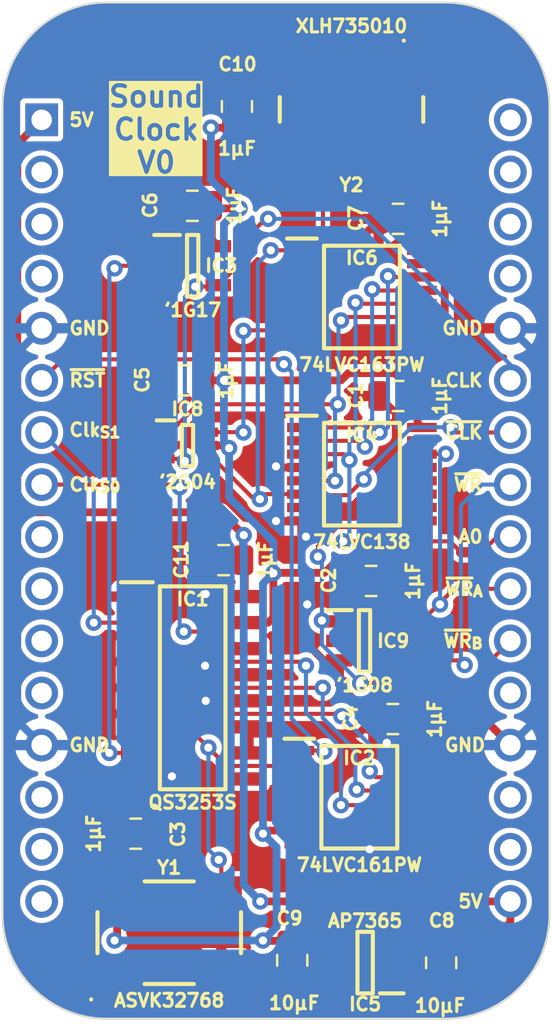
<source format=kicad_pcb>
(kicad_pcb (version 20221018) (generator pcbnew)
  (layers (0 "F.Cu" signal) (31 "B.Cu" signal) (36 "B.SilkS" user "B.Silkscreen") (37 "F.SilkS" user "F.Silkscreen") (38 "B.Mask" user) (39 "F.Mask" user) (44 "Edge.Cuts" user))
  (net 0 "")
  (net 1 "/5V")
  (net 2 "/GND")
  (net 3 "/3.3V")
  (net 10 "/CLK")
  (net 16 "/Clock Select _{S1}")
  (net 17 "/4KHz")
  (net 18 "/8KHz")
  (net 19 "/16KHz")
  (net 20 "/32KHz")
  (net 21 "Net-(IC1-YA)")
  (net 23 "/Clock Select _{S0}")
  (net 24 "/~{Reset}")
  (net 28 "/Q0")
  (net 29 "/Q1")
  (net 30 "/Q2")
  (net 31 "/Q3")
  (net 32 "/~{CLK}")
  (net 37 "/~{WR}_{B}")
  (net 39 "/~{WR}_{A}")
  (net 41 "/10MHz")
  (net 42 "/~{Q3}")
  (net 53 "/~{WR}")
  (net 54 "/A0")
  (footprint "SamacSys_Parts:SOP65P210X110-6N" (layer "F.Cu") (at 96.012 74.295)
    (fp_text reference "IC8")
    (fp_text value "74LVC2G04GW-Q100H" hide)
  )
  (footprint "SamacSys_Parts:SOP65P640X110-16N" (layer "F.Cu") (at 104.521 75.692)
    (fp_text reference "IC4")
    (fp_text value "74LVC138APW-Q100J" hide)
  )
  (footprint "SamacSys_Parts:C_0805" (layer "F.Cu") (at 97.79 79.883 90)
    (fp_text reference "C11")
    (fp_text value "1μF")
  )
  (footprint "SamacSys_Parts:C_0805" (layer "F.Cu") (at 95.885 71.12 90)
    (fp_text reference "C5")
    (fp_text value "1μF")
  )
  (footprint "SamacSys_Parts:C_0805" (layer "F.Cu") (at 108.3864 99.5274)
    (fp_text reference "C8")
    (fp_text value "10µF")
  )
  (footprint "SamacSys_Parts:ASVK32768KHZLJT" (layer "F.Cu") (at 95.123 98.044)
    (fp_text reference "Y1")
    (fp_text value "ASVK-32.768KHZ-LJT" hide)
  )
  (footprint "SamacSys_Parts:C_0805" (layer "F.Cu") (at 106.045 87.63 90)
    (fp_text reference "C4")
    (fp_text value "1μF")
  )
  (footprint "SamacSys_Parts:SOT95P275X110-5N" (layer "F.Cu") (at 96.266 65.532)
    (fp_text reference "IC3")
    (fp_text value "74LVC1G17GV,125" hide)
  )
  (footprint "SamacSys_Parts:SOP65P640X110-16N" (layer "F.Cu") (at 104.394 91.44)
    (fp_text reference "IC2")
    (fp_text value "74LVC161PW,112" hide)
  )
  (footprint "SamacSys_Parts:SOT95P275X110-5N" (layer "F.Cu") (at 104.648 83.82)
    (fp_text reference "IC9")
    (fp_text value "74LVC1G08GV,125" hide)
  )
  (footprint "SamacSys_Parts:C_0805" (layer "F.Cu") (at 93.472 93.218 -90)
    (fp_text reference "C3")
    (fp_text value "1μF")
  )
  (footprint "SamacSys_Parts:C_0805" (layer "F.Cu") (at 104.984 80.899 90)
    (fp_text reference "C2")
    (fp_text value "1μF")
  )
  (footprint "SamacSys_Parts:SOP65P640X110-16N" (layer "F.Cu") (at 104.521 67.056)
    (fp_text reference "IC6")
    (fp_text value "74LVC163PW,118" hide)
  )
  (footprint "SamacSys_Parts:C_0805" (layer "F.Cu") (at 98.425 57.785)
    (fp_text reference "C10")
    (fp_text value "1μF")
  )
  (footprint "SamacSys_Parts:SOIC127P602X173-16N" (layer "F.Cu") (at 96.266 86.106)
    (fp_text reference "IC1")
    (fp_text value "QS3253S1G" hide)
  )
  (footprint "SamacSys_Parts:C_0805" (layer "F.Cu") (at 106.299 63.246 90)
    (fp_text reference "C7")
    (fp_text value "1μF")
  )
  (footprint "SamacSys_Parts:C_0805" (layer "F.Cu") (at 106.299 71.882 90)
    (fp_text reference "C1")
    (fp_text value "1μF")
  )
  (footprint "SamacSys_Parts:C_0805" (layer "F.Cu") (at 96.266 62.611 90)
    (fp_text reference "C6")
    (fp_text value "1μF")
  )
  (footprint "SamacSys_Parts:C_0805" (layer "F.Cu") (at 101.122 99.375 180)
    (fp_text reference "C9")
    (fp_text value "10µF")
  )
  (footprint "SamacSys_Parts:SOT95P285X130-5N" (layer "F.Cu") (at 104.678 99.502 180)
    (fp_text reference "IC5")
    (fp_text value "AP7365-33WG-7" hide)
  )
  (footprint "SamacSys_Parts:DIP-32_Board_W22.86mm" (layer "F.Cu") (at 89.07 58.42)
    (fp_text reference "J2" hide)
    (fp_text value "Conn_02x16_Counter_Clockwise" hide)
  )
  (footprint "SamacSys_Parts:XLH735010000000X" (layer "F.Cu") (at 104.013 57.912 180)
    (fp_text reference "Y2")
    (fp_text value "XLH735010.000000X" hide)
  )
  (footprint "NetTie:NetTie-2_SMD_Pad0.5mm" (layer "F.Cu") (at 109.855 79.502)
    (fp_text reference "NT1" hide)
    (fp_text value "NetTie" hide)
  )
  (gr_line (start 113.665 97.155) (end 113.665 57.785) (stroke (width 0.1)) (layer "Edge.Cuts"))
  (gr_arc (start 92.075 102.235) (mid 88.482898 100.747102) (end 86.995 97.155) (stroke (width 0.1)) (layer "Edge.Cuts"))
  (gr_line (start 86.995 57.785) (end 86.995 97.155) (stroke (width 0.1)) (layer "Edge.Cuts"))
  (gr_line (start 108.585 102.235) (end 92.075 102.235) (stroke (width 0.1)) (layer "Edge.Cuts"))
  (gr_line (start 108.585 52.705) (end 92.075 52.705) (stroke (width 0.1)) (layer "Edge.Cuts"))
  (gr_arc (start 113.665 97.155) (mid 112.177102 100.747102) (end 108.585 102.235) (stroke (width 0.1)) (layer "Edge.Cuts"))
  (gr_arc (start 86.995 57.785) (mid 88.482898 54.192898) (end 92.075 52.705) (stroke (width 0.1)) (layer "Edge.Cuts"))
  (gr_arc (start 108.585 52.705) (mid 112.177102 54.192898) (end 113.665 57.785) (stroke (width 0.1)) (layer "Edge.Cuts"))
  (gr_text "5V" (at 90.17 58.42) (layer "F.SilkS") (effects (font (size 0.635 0.635)) (justify left)))
  (gr_text "5V" (at 110.49 96.52) (layer "F.SilkS") (effects (font (size 0.635 0.635)) (justify right)))
  (gr_text "~{WR}_{B}" (at 110.49 83.82) (layer "F.SilkS") (effects (font (size 0.635 0.635)) (justify right)))
  (gr_text "GND" (at 110.49 68.58) (layer "F.SilkS") (effects (font (size 0.635 0.635)) (justify right)))
  (gr_text "GND" (at 90.17 88.9) (layer "F.SilkS") (effects (font (size 0.635 0.635)) (justify left)))
  (gr_text "Clk_{S0}" (at 90.17 76.2) (layer "F.SilkS") (effects (font (size 0.635 0.635)) (justify left)))
  (gr_text "~{RST}" (at 90.17 71.12) (layer "F.SilkS") (effects (font (size 0.635 0.635)) (justify left)))
  (gr_text "~{CLK}" (at 110.49 73.66) (layer "F.SilkS") (effects (font (size 0.635 0.635)) (justify right)))
  (gr_text "~{WR}_{A}" (at 110.49 81.28) (layer "F.SilkS") (effects (font (size 0.635 0.635)) (justify right)))
  (gr_text "Clk_{S1}" (at 90.17 73.533) (layer "F.SilkS") (effects (font (size 0.635 0.635)) (justify left)))
  (gr_text "CLK" (at 110.49 71.12) (layer "F.SilkS") (effects (font (size 0.635 0.635)) (justify right)))
  (gr_text "~{WR}" (at 110.49 76.2) (layer "F.SilkS") (effects (font (size 0.635 0.635)) (justify right)))
  (gr_text "Sound\nClock\nV0" (at 94.488 61.087) (layer "F.SilkS" knockout) (effects (font (size 1 1) (thickness 0.2) bold) (justify bottom)))
  (gr_text "GND" (at 110.617 88.9) (layer "F.SilkS") (effects (font (size 0.635 0.635)) (justify right)))
  (gr_text "A0" (at 110.49 78.74) (layer "F.SilkS") (effects (font (size 0.635 0.635)) (justify right)))
  (gr_text "GND" (at 90.17 68.58) (layer "F.SilkS") (effects (font (size 0.635 0.635)) (justify left)))
  (segment (start 87.71 59.61) (end 88.9 58.42) (width 0.38) (layer "F.Cu") (net 1))
  (segment (start 106.943 98.562) (end 106.943 99.314) (width 0.38) (layer "F.Cu") (net 1))
  (segment (start 87.71 77.042) (end 87.71 59.61) (width 0.38) (layer "F.Cu") (net 1))
  (segment (start 98.724 79.883) (end 98.724 78.695) (width 0.38) (layer "F.Cu") (net 1))
  (segment (start 98.724 78.695) (end 98.755385 78.663615) (width 0.38) (layer "F.Cu") (net 1))
  (segment (start 108.3864 100.2584) (end 107.442 99.314) (width 0.38) (layer "F.Cu") (net 1))
  (segment (start 108.8346 100.4614) (end 111.76 97.536) (width 0.38) (layer "F.Cu") (net 1))
  (segment (start 111.76 96.52) (end 99.568 96.52) (width 0.38) (layer "F.Cu") (net 1))
  (segment (start 105.978 98.552) (end 106.933 98.552) (width 0.38) (layer "F.Cu") (net 1))
  (segment (start 97.64177 77.55) (end 88.218 77.55) (width 0.38) (layer "F.Cu") (net 1))
  (segment (start 106.933 98.552) (end 106.943 98.562) (width 0.38) (layer "F.Cu") (net 1))
  (segment (start 106.943 100.321) (end 106.812 100.452) (width 0.38) (layer "F.Cu") (net 1))
  (segment (start 98.806 81.476) (end 98.806 79.965) (width 0.38) (layer "F.Cu") (net 1))
  (segment (start 106.943 99.314) (end 106.943 100.321) (width 0.38) (layer "F.Cu") (net 1))
  (segment (start 106.812 100.452) (end 105.978 100.452) (width 0.38) (layer "F.Cu") (net 1))
  (segment (start 88.218 77.55) (end 87.71 77.042) (width 0.38) (layer "F.Cu") (net 1))
  (segment (start 98.755385 78.663615) (end 97.64177 77.55) (width 0.38) (layer "F.Cu") (net 1))
  (segment (start 107.442 99.314) (end 106.943 99.314) (width 0.38) (layer "F.Cu") (net 1))
  (segment (start 111.76 97.536) (end 111.76 96.52) (width 0.38) (layer "F.Cu") (net 1))
  (segment (start 98.991 81.661) (end 98.806 81.476) (width 0.38) (layer "F.Cu") (net 1))
  (via (at 99.568 96.52) (size 0.8) (drill 0.4) (layers "F.Cu" "B.Cu") (net 1))
  (via (at 98.755385 78.663615) (size 0.8) (drill 0.4) (layers "F.Cu" "B.Cu") (net 1))
  (segment (start 99.568 96.52) (end 98.755385 95.707385) (width 0.38) (layer "B.Cu") (net 1))
  (segment (start 98.755385 95.707385) (end 98.755385 78.663615) (width 0.38) (layer "B.Cu") (net 1))
  (segment (start 103.398 84.77) (end 103.398 85.949) (width 0.38) (layer "F.Cu") (net 2))
  (segment (start 96.773982 81.661) (end 96.774 81.661) (width 0.38) (layer "F.Cu") (net 2))
  (segment (start 102.605 93.715) (end 101.469 93.715) (width 0.38) (layer "F.Cu") (net 2))
  (segment (start 99.432 55.812) (end 98.425 56.819) (width 0.38) (layer "F.Cu") (net 2))
  (segment (start 94.919 71.12) (end 94.1225 71.9165) (width 0.38) (layer "F.Cu") (net 2))
  (segment (start 94.1225 71.9165) (end 94.1225 74.285) (width 0.38) (layer "F.Cu") (net 2))
  (segment (start 105.013 97.862) (end 107.687 97.862) (width 0.38) (layer "F.Cu") (net 2))
  (segment (start 102.235001 82.042) (end 101.854 82.042) (width 0.38) (layer "F.Cu") (net 2))
  (segment (start 101.6 83.727) (end 102.108511 84.235511) (width 0.38) (layer "F.Cu") (net 2))
  (segment (start 102.701 77.967) (end 101.596 77.967) (width 0.38) (layer "F.Cu") (net 2))
  (segment (start 95.25 91.059) (end 94.438 91.871) (width 0.38) (layer "F.Cu") (net 2))
  (segment (start 102.711 65.945) (end 105.333 63.323) (width 0.38) (layer "F.Cu") (net 2))
  (segment (start 100.386 75.367) (end 100.33 75.311) (width 0.38) (layer "F.Cu") (net 2))
  (segment (start 98.991 88.011) (end 98.991 89.281) (width 0.38) (layer "F.Cu") (net 2))
  (segment (start 94.438 93.218) (end 94.438 96.819) (width 0.38) (layer "F.Cu") (net 2))
  (segment (start 109.375 86.515) (end 106.194 86.515) (width 0.38) (layer "F.Cu") (net 2))
  (segment (start 93.541 81.661) (end 96.773982 81.661) (width 0.38) (layer "F.Cu") (net 2))
  (segment (start 106.172 75.773741) (end 104.169481 77.77626) (width 0.38) (layer "F.Cu") (net 2))
  (segment (start 96.774 81.661) (end 96.901 81.534) (width 0.38) (layer "F.Cu") (net 2))
  (segment (start 94.438 91.871) (end 94.438 93.218) (width 0.38) (layer "F.Cu") (net 2))
  (segment (start 101.469 92.415) (end 101.469 91.765) (width 0.38) (layer "F.Cu") (net 2))
  (segment (start 101.596 69.331) (end 102.701 69.331) (width 0.38) (layer "F.Cu") (net 2))
  (segment (start 104.018 80.899) (end 103.378001 80.899) (width 0.38) (layer "F.Cu") (net 2))
  (segment (start 102.582 84.709) (end 102.643 84.77) (width 0.38) (layer "F.Cu") (net 2))
  (segment (start 105.978 99.502) (end 105.023 99.502) (width 0.38) (layer "F.Cu") (net 2))
  (segment (start 101.122 100.341) (end 97.96 100.341) (width 0.38) (layer "F.Cu") (net 2))
  (segment (start 101.596 75.367) (end 100.386 75.367) (width 0.38) (layer "F.Cu") (net 2))
  (segment (start 104.365385 88.343615) (end 105.079 87.63) (width 0.38) (layer "F.Cu") (net 2))
  (segment (start 101.596 67.381) (end 101.596 66.731) (width 0.38) (layer "F.Cu") (net 2))
  (segment (start 105.079 88.132669) (end 105.734637 88.788306) (width 0.38) (layer "F.Cu") (net 2))
  (segment (start 111.76 88.9) (end 109.375 86.515) (width 0.38) (layer "F.Cu") (net 2))
  (segment (start 96.824 79.883) (end 96.824 81.457) (width 0.38) (layer "F.Cu") (net 2))
  (segment (start 101.596 66.731) (end 101.596 66.081) (width 0.38) (layer "F.Cu") (net 2))
  (segment (start 95.25 90.424) (end 95.123 90.551) (width 0.38) (layer "F.Cu") (net 2))
  (segment (start 98.991 86.741) (end 96.901002 86.741) (width 0.38) (layer "F.Cu") (net 2))
  (segment (start 107.687 97.862) (end 108.3864 98.5614) (width 0.38) (layer "F.Cu") (net 2))
  (segment (start 101.596 68.031) (end 101.596 67.381) (width 0.38) (layer "F.Cu") (net 2))
  (segment (start 102.119229 84.235511) (end 102.582 84.698282) (width 0.38) (layer "F.Cu") (net 2))
  (segment (start 101.854 82.042) (end 101.854 82.423001) (width 0.38) (layer "F.Cu") (net 2))
  (segment (start 98.991 85.471) (end 97.310983 85.471) (width 0.38) (layer "F.Cu") (net 2))
  (segment (start 105.333 71.882) (end 106.172 72.721) (width 0.38) (layer "F.Cu") (net 2))
  (segment (start 101.854 82.423001) (end 101.6 82.677001) (width 0.38) (layer "F.Cu") (net 2))
  (segment (start 94.438 96.819) (end 97.663 100.044) (width 0.38) (layer "F.Cu") (net 2))
  (segment (start 95.25 90.424) (end 95.25 91.059) (width 0.38) (layer "F.Cu") (net 2))
  (segment (start 102.87 93.98) (end 102.605 93.715) (width 0.38) (layer "F.Cu") (net 2))
  (segment (start 99.323615 88.343615) (end 104.365385 88.343615) (width 0.38) (layer "F.Cu") (net 2))
  (segment (start 95.123 90.551) (end 93.541 90.551) (width 0.38) (layer "F.Cu") (net 2))
  (segment (start 102.89174 77.77626) (end 102.701 77.967) (width 0.38) (layer "F.Cu") (net 2))
  (segment (start 104.902 93.98) (end 102.87 93.98) (width 0.38) (layer "F.Cu") (net 2))
  (segment (start 102.643 84.77) (end 103.398 84.77) (width 0.38) (layer "F.Cu") (net 2))
  (segment (start 102.711 67.31) (end 102.711 65.945) (width 0.38) (layer "F.Cu") (net 2))
  (segment (start 101.792 78.163) (end 101.792 78.74) (width 0.38) (layer "F.Cu") (net 2))
  (segment (start 102.711 67.31) (end 101.667 67.31) (width 0.38) (layer "F.Cu") (net 2))
  (segment (start 102.108511 84.235511) (end 102.119229 84.235511) (width 0.38) (layer "F.Cu") (net 2))
  (segment (start 105.013 99.492) (end 105.013 97.862) (width 0.38) (layer "F.Cu") (net 2))
  (segment (start 101.667 67.31) (end 101.596 67.381) (width 0.38) (layer "F.Cu") (net 2))
  (segment (start 94.1225 74.285) (end 94.1325 74.295) (width 0.38) (layer "F.Cu") (net 2))
  (segment (start 94.1325 74.295) (end 94.95 74.295) (width 0.38) (layer "F.Cu") (net 2))
  (segment (start 105.023 99.502) (end 105.013 99.492) (width 0.38) (layer "F.Cu") (net 2))
  (segment (start 103.398 85.949) (end 105.079 87.63) (width 0.38) (layer "F.Cu") (net 2))
  (segment (start 103.378001 80.899) (end 102.235001 82.042) (width 0.38) (layer "F.Cu") (net 2))
  (segment (start 102.711 69.321) (end 102.711 67.31) (width 0.38) (layer "F.Cu") (net 2))
  (segment (start 96.824 81.457) (end 96.901 81.534) (width 0.38) (layer "F.Cu") (net 2))
  (segment (start 102.701 69.331) (end 102.711 69.321) (width 0.38) (layer "F.Cu") (net 2))
  (segment (start 106.194 86.515) (end 105.079 87.63) (width 0.38) (layer "F.Cu") (net 2))
  (segment (start 101.596 77.967) (end 101.792 78.163) (width 0.38) (layer "F.Cu") (net 2))
  (segment (start 97.310983 85.471) (end 96.870682 85.030699) (width 0.38) (layer "F.Cu") (net 2))
  (segment (start 106.172 72.721) (end 106.172 75.773741) (width 0.38) (layer "F.Cu") (net 2))
  (segment (start 101.6 82.677001) (end 101.6 83.727) (width 0.38) (layer "F.Cu") (net 2))
  (segment (start 101.469 91.765) (end 101.469 91.115) (width 0.38) (layer "F.Cu") (net 2))
  (segment (start 102.582 84.698282) (end 102.582 84.709) (width 0.38) (layer "F.Cu") (net 2))
  (segment (start 100.33 77.978) (end 101.585 77.978) (width 0.38) (layer "F.Cu") (net 2))
  (segment (start 101.469 91.115) (end 101.469 90.465) (width 0.38) (layer "F.Cu") (net 2))
  (segment (start 104.169481 77.77626) (end 102.89174 77.77626) (width 0.38) (layer "F.Cu") (net 2))
  (segment (start 101.473 55.812) (end 99.432 55.812) (width 0.38) (layer "F.Cu") (net 2))
  (segment (start 98.991 88.011) (end 99.323615 88.343615) (width 0.38) (layer "F.Cu") (net 2))
  (via (at 105.734637 88.788306) (size 0.8) (drill 0.4) (layers "F.Cu" "B.Cu") (net 2))
  (via (at 104.902 93.98) (size 0.8) (drill 0.4) (layers "F.Cu" "B.Cu") (net 2))
  (via (at 96.870682 85.030699) (size 0.8) (drill 0.4) (layers "F.Cu" "B.Cu") (net 2))
  (via (at 101.792 78.74) (size 0.8) (drill 0.4) (layers "F.Cu" "B.Cu") (net 2))
  (via (at 100.33 75.311) (size 0.8) (drill 0.4) (layers "F.Cu" "B.Cu") (net 2))
  (via (at 96.901 81.534) (size 0.8) (drill 0.4) (layers "F.Cu" "B.Cu") (net 2))
  (via (at 95.25 90.424) (size 0.8) (drill 0.4) (layers "F.Cu" "B.Cu") (net 2))
  (via (at 100.33 77.978) (size 0.8) (drill 0.4) (layers "F.Cu" "B.Cu") (net 2))
  (via (at 101.854 82.042) (size 0.8) (drill 0.4) (layers "F.Cu" "B.Cu") (net 2))
  (via (at 96.901002 86.741) (size 0.8) (drill 0.4) (layers "F.Cu" "B.Cu") (net 2))
  (segment (start 95.25 89.027) (end 95.25 90.424) (width 0.38) (layer "B.Cu") (net 2))
  (segment (start 100.33 75.311) (end 100.333507 75.314507) (width 0.38) (layer "B.Cu") (net 2))
  (segment (start 112.95 87.71) (end 111.76 88.9) (width 0.38) (layer "B.Cu") (net 2))
  (segment (start 87.71 87.71) (end 88.9 88.9) (width 0.38) (layer "B.Cu") (net 2))
  (segment (start 96.901002 86.741) (end 96.901002 85.061019) (width 0.38) (layer "B.Cu") (net 2))
  (segment (start 112.95 69.77) (end 112.95 87.71) (width 0.38) (layer "B.Cu") (net 2))
  (segment (start 101.582 80.5) (end 101.582 78.95) (width 0.38) (layer "B.Cu") (net 2))
  (segment (start 96.901002 87.375998) (end 95.377 88.9) (width 0.38) (layer "B.Cu") (net 2))
  (segment (start 87.71 69.77) (end 87.71 87.71) (width 0.38) (layer "B.Cu") (net 2))
  (segment (start 105.826329 88.879998) (end 105.734637 88.788306) (width 0.38) (layer "B.Cu") (net 2))
  (segment (start 101.582 78.95) (end 101.792 78.74) (width 0.38) (layer "B.Cu") (net 2))
  (segment (start 111.76 68.58) (end 112.95 69.77) (width 0.38) (layer "B.Cu") (net 2))
  (segment (start 100.333507 77.974493) (end 100.33 77.978) (width 0.38) (layer "B.Cu") (net 2))
  (segment (start 96.901002 85.061019) (end 96.870682 85.030699) (width 0.38) (layer "B.Cu") (net 2))
  (segment (start 96.901 81.534) (end 96.901 85.000381) (width 0.38) (layer "B.Cu") (net 2))
  (segment (start 96.901002 86.741) (end 96.901002 87.375998) (width 0.38) (layer "B.Cu") (net 2))
  (segment (start 101.854 82.042) (end 101.854 80.772) (width 0.38) (layer "B.Cu") (net 2))
  (segment (start 104.902 93.98) (end 105.826329 93.055671) (width 0.38) (layer "B.Cu") (net 2))
  (segment (start 88.9 68.58) (end 87.71 69.77) (width 0.38) (layer "B.Cu") (net 2))
  (segment (start 100.333507 75.314507) (end 100.333507 77.974493) (width 0.38) (layer "B.Cu") (net 2))
  (segment (start 95.377 88.9) (end 95.25 89.027) (width 0.38) (layer "B.Cu") (net 2))
  (segment (start 101.854 80.772) (end 101.582 80.5) (width 0.38) (layer "B.Cu") (net 2))
  (segment (start 96.901 85.000381) (end 96.870682 85.030699) (width 0.38) (layer "B.Cu") (net 2))
  (segment (start 105.826329 93.055671) (end 105.826329 88.879998) (width 0.38) (layer "B.Cu") (net 2))
  (segment (start 103.858 70.767) (end 103.505 71.12) (width 0.38) (layer "F.Cu") (net 3))
  (segment (start 101.469 93.065) (end 107.319 93.065) (width 0.38) (layer "F.Cu") (net 3))
  (segment (start 92.583 96.044) (end 92.583 98.298) (width 0.38) (layer "F.Cu") (net 3))
  (segment (start 97.2 64.266) (end 97.516 64.582) (width 0.38) (layer "F.Cu") (net 3))
  (segment (start 108.551 68.681) (end 107.446 68.681) (width 0.38) (layer "F.Cu") (net 3))
  (segment (start 106.979 87.63) (end 107.315 87.966) (width 0.38) (layer "F.Cu") (net 3))
  (segment (start 97.79 71.12) (end 96.819 71.12) (width 0.38) (layer "F.Cu") (net 3))
  (segment (start 108.561 68.671) (end 108.551 68.681) (width 0.38) (layer "F.Cu") (net 3))
  (segment (start 100.203 80.518) (end 100.203 82.677) (width 0.38) (layer "F.Cu") (net 3))
  (segment (start 99.949 82.931) (end 98.991 82.931) (width 0.38) (layer "F.Cu") (net 3))
  (segment (start 108.434 93.055) (end 108.424 93.065) (width 0.38) (layer "F.Cu") (net 3))
  (segment (start 100.203 82.677) (end 99.949 82.931) (width 0.38) (layer "F.Cu") (net 3))
  (segment (start 107.315 87.966) (end 107.315 89.161) (width 0.38) (layer "F.Cu") (net 3))
  (segment (start 98.552 62.738) (end 97.327 62.738) (width 0.38) (layer "F.Cu") (net 3))
  (segment (start 105.918 80.899) (end 105.918 82.85) (width 0.38) (layer "F.Cu") (net 3))
  (segment (start 107.233 71.882) (end 107.233 73.204) (width 0.38) (layer "F.Cu") (net 3))
  (segment (start 107.319 93.065) (end 107.319 93.715) (width 0.38) (layer "F.Cu") (net 3))
  (segment (start 99.711 98.441) (end 99.695 98.425) (width 0.38) (layer "F.Cu") (net 3))
  (segment (start 105.163 58.622) (end 106.553 60.012) (width 0.38) (layer "F.Cu") (net 3))
  (segment (start 107.319 89.165) (end 108.424 89.165) (width 0.38) (layer "F.Cu") (net 3))
  (segment (start 97.2 62.611) (end 97.2 64.266) (width 0.38) (layer "F.Cu") (net 3))
  (segment (start 107.233 73.204) (end 107.446 73.417) (width 0.38) (layer "F.Cu") (net 3))
  (segment (start 107.233 69.544) (end 107.446 69.331) (width 0.38) (layer "F.Cu") (net 3))
  (segment (start 101.367 98.441) (end 103.378 100.452) (width 0.38) (layer "F.Cu") (net 3))
  (segment (start 108.551 64.781) (end 108.561 64.791) (width 0.38) (layer "F.Cu") (net 3))
  (segment (start 108.561 64.791) (end 108.561 68.671) (width 0.38) (layer "F.Cu") (net 3))
  (segment (start 103.505 71.12) (end 97.79 71.12) (width 0.38) (layer "F.Cu") (net 3))
  (segment (start 107.446 68.681) (end 107.446 69.331) (width 0.38) (layer "F.Cu") (net 3))
  (segment (start 100.218941 80.502059) (end 100.203 80.518) (width 0.38) (layer "F.Cu") (net 3))
  (segment (start 102.699229 80.502059) (end 100.218941 80.502059) (width 0.38) (layer "F.Cu") (net 3))
  (segment (start 97.074 74.295) (end 97.917 74.295) (width 0.38) (layer "F.Cu") (net 3))
  (segment (start 106.118 70.767) (end 103.858 70.767) (width 0.38) (layer "F.Cu") (net 3))
  (segment (start 107.233 71.882) (end 106.118 70.767) (width 0.38) (layer "F.Cu") (net 3))
  (segment (start 108.434 89.175) (end 108.434 93.055) (width 0.38) (layer "F.Cu") (net 3))
  (segment (start 108.424 93.065) (end 107.319 93.065) (width 0.38) (layer "F.Cu") (net 3))
  (segment (start 97.917 74.295) (end 98.044 74.422) (width 0.38) (layer "F.Cu") (net 3))
  (segment (start 99.848 93.065) (end 101.469 93.065) (width 0.38) (layer "F.Cu") (net 3))
  (segment (start 108.424 89.165) (end 108.434 89.175) (width 0.38) (layer "F.Cu") (net 3))
  (segment (start 107.233 63.246) (end 107.233 64.568) (width 0.38) (layer "F.Cu") (net 3))
  (segment (start 101.122 98.441) (end 99.711 98.441) (width 0.38) (layer "F.Cu") (net 3))
  (segment (start 99.695 93.218) (end 99.848 93.065) (width 0.38) (layer "F.Cu") (net 3))
  (segment (start 104.803 79.784) (end 103.417288 79.784) (width 0.38) (layer "F.Cu") (net 3))
  (segment (start 107.233 64.568) (end 107.446 64.781) (width 0.38) (layer "F.Cu") (net 3))
  (segment (start 97.155 58.801) (end 98.343 58.801) (width 0.38) (layer "F.Cu") (net 3))
  (segment (start 107.233 71.882) (end 107.233 69.544) (width 0.38) (layer "F.Cu") (net 3))
  (segment (start 107.233 63.246) (end 107.233 60.692) (width 0.38) (layer "F.Cu") (net 3))
  (segment (start 92.583 98.298) (end 92.456 98.425) (width 0.38) (layer "F.Cu") (net 3))
  (segment (start 92.583 96.044) (end 92.583 93.263) (width 0.38) (layer "F.Cu") (net 3))
  (segment (start 105.918 80.899) (end 104.803 79.784) (width 0.38) (layer "F.Cu") (net 3))
  (segment (start 103.417288 79.784) (end 102.699229 80.502059) (width 0.38) (layer "F.Cu") (net 3))
  (segment (start 107.446 64.781) (end 108.551 64.781) (width 0.38) (layer "F.Cu") (net 3))
  (segment (start 98.522 58.622) (end 105.163 58.622) (width 0.38) (layer "F.Cu") (net 3))
  (via (at 97.155 58.801) (size 0.8) (drill 0.4) (layers "F.Cu" "B.Cu") (net 3))
  (via (at 92.456 98.425) (size 0.8) (drill 0.4) (layers "F.Cu" "B.Cu") (net 3))
  (via (at 98.044 74.422) (size 0.8) (drill 0.4) (layers "F.Cu" "B.Cu") (net 3))
  (via (at 99.695 98.425) (size 0.8) (drill 0.4) (layers "F.Cu" "B.Cu") (net 3))
  (via (at 100.203 80.518) (size 0.8) (drill 0.4) (layers "F.Cu" "B.Cu") (net 3))
  (via (at 99.695 93.218) (size 0.8) (drill 0.4) (layers "F.Cu" "B.Cu") (net 3))
  (via (at 98.552 62.738) (size 0.8) (drill 0.4) (layers "F.Cu" "B.Cu") (net 3))
  (via (at 97.79 71.12) (size 0.8) (drill 0.4) (layers "F.Cu" "B.Cu") (net 3))
  (segment (start 98.044 76.835) (end 100.203 78.994) (width 0.38) (layer "B.Cu") (net 3))
  (segment (start 100.358 93.881) (end 99.695 93.218) (width 0.38) (layer "B.Cu") (net 3))
  (segment (start 97.79 71.12) (end 97.79 63.5) (width 0.38) (layer "B.Cu") (net 3))
  (segment (start 99.695 93.218) (end 99.695 81.026) (width 0.38) (layer "B.Cu") (net 3))
  (segment (start 98.552 62.738) (end 97.155 61.341) (width 0.38) (layer "B.Cu") (net 3))
  (segment (start 100.203 78.994) (end 100.203 80.518) (width 0.38) (layer "B.Cu") (net 3))
  (segment (start 97.79 74.168) (end 97.79 71.12) (width 0.38) (layer "B.Cu") (net 3))
  (segment (start 99.695 98.425) (end 92.456 98.425) (width 0.38) (layer "B.Cu") (net 3))
  (segment (start 99.695 98.425) (end 100.358 97.762) (width 0.38) (layer "B.Cu") (net 3))
  (segment (start 97.155 61.341) (end 97.155 58.801) (width 0.38) (layer "B.Cu") (net 3))
  (segment (start 97.79 63.5) (end 98.552 62.738) (width 0.38) (layer "B.Cu") (net 3))
  (segment (start 98.044 74.422) (end 98.044 76.835) (width 0.38) (layer "B.Cu") (net 3))
  (segment (start 98.044 74.422) (end 97.79 74.168) (width 0.38) (layer "B.Cu") (net 3))
  (segment (start 100.358 97.762) (end 100.358 93.881) (width 0.38) (layer "B.Cu") (net 3))
  (segment (start 99.695 81.026) (end 100.203 80.518) (width 0.38) (layer "B.Cu") (net 3))
  (segment (start 97.516 66.482) (end 99.187 64.811) (width 0.2) (layer "F.Cu") (net 10))
  (segment (start 99.822 63.246) (end 99.949 63.246) (width 0.2) (layer "F.Cu") (net 10))
  (segment (start 94.95 74.945) (end 95.773 74.945) (width 0.2) (layer "F.Cu") (net 10))
  (segment (start 96.393 66.548) (end 97.45 66.548) (width 0.2) (layer "F.Cu") (net 10))
  (segment (start 95.773 74.945) (end 95.885 75.057) (width 0.2) (layer "F.Cu") (net 10))
  (segment (start 99.187 64.811) (end 99.187 63.881) (width 0.2) (layer "F.Cu") (net 10))
  (segment (start 99.187 63.881) (end 99.822 63.246) (width 0.2) (layer "F.Cu") (net 10))
  (via (at 95.885 75.057) (size 0.8) (drill 0.4) (layers "F.Cu" "B.Cu") (net 10))
  (via (at 99.949 63.246) (size 0.8) (drill 0.4) (layers "F.Cu" "B.Cu") (net 10))
  (via (at 96.393 66.548) (size 0.8) (drill 0.4) (layers "F.Cu" "B.Cu") (net 10))
  (segment (start 111.76 70.358) (end 111.76 71.12) (width 0.2) (layer "B.Cu") (net 10))
  (segment (start 104.648 63.246) (end 111.76 70.358) (width 0.2) (layer "B.Cu") (net 10))
  (segment (start 99.949 63.246) (end 104.648 63.246) (width 0.2) (layer "B.Cu") (net 10))
  (segment (start 95.885 67.056) (end 96.393 66.548) (width 0.2) (layer "B.Cu") (net 10))
  (segment (start 95.885 75.057) (end 95.885 67.056) (width 0.2) (layer "B.Cu") (net 10))
  (segment (start 93.541 82.931) (end 91.44 82.931) (width 0.2) (layer "F.Cu") (net 16))
  (via (at 91.44 82.931) (size 0.8) (drill 0.4) (layers "F.Cu" "B.Cu") (net 16))
  (segment (start 91.44 82.931) (end 91.44 76.2) (width 0.2) (layer "B.Cu") (net 16))
  (segment (start 91.44 76.2) (end 88.9 73.66) (width 0.2) (layer "B.Cu") (net 16))
  (segment (start 97.665934 84.836) (end 101.602489 84.836) (width 0.2) (layer "F.Cu") (net 17))
  (segment (start 101.602489 84.836) (end 101.792 85.025511) (width 0.2) (layer "F.Cu") (net 17))
  (segment (start 97.030934 84.201) (end 97.665934 84.836) (width 0.2) (layer "F.Cu") (net 17))
  (segment (start 93.541 84.201) (end 97.030934 84.201) (width 0.2) (layer "F.Cu") (net 17))
  (segment (start 107.257814 91.826186) (end 103.498777 91.826186) (width 0.2) (layer "F.Cu") (net 17))
  (via (at 101.792 85.025511) (size 0.8) (drill 0.4) (layers "F.Cu" "B.Cu") (net 17))
  (via (at 103.498777 91.826186) (size 0.8) (drill 0.4) (layers "F.Cu" "B.Cu") (net 17))
  (segment (start 103.498777 89.026642) (end 101.792 87.319865) (width 0.2) (layer "B.Cu") (net 17))
  (segment (start 103.498777 91.826186) (end 103.498777 89.026642) (width 0.2) (layer "B.Cu") (net 17))
  (segment (start 101.792 87.319865) (end 101.792 85.025511) (width 0.2) (layer "B.Cu") (net 17))
  (segment (start 97.36495 85.961) (end 97.50995 86.106) (width 0.2) (layer "F.Cu") (net 18))
  (segment (start 107.319 91.115) (end 104.312094 91.115) (width 0.2) (layer "F.Cu") (net 18))
  (segment (start 104.312094 91.115) (end 104.264779 91.067685) (width 0.2) (layer "F.Cu") (net 18))
  (segment (start 97.50995 86.106) (end 102.608 86.106) (width 0.2) (layer "F.Cu") (net 18))
  (segment (start 93.541 85.471) (end 94.031 85.961) (width 0.2) (layer "F.Cu") (net 18))
  (segment (start 94.031 85.961) (end 97.36495 85.961) (width 0.2) (layer "F.Cu") (net 18))
  (via (at 104.264779 91.067685) (size 0.8) (drill 0.4) (layers "F.Cu" "B.Cu") (net 18))
  (via (at 102.608 86.106) (size 0.8) (drill 0.4) (layers "F.Cu" "B.Cu") (net 18))
  (segment (start 104.264779 91.067685) (end 104.202 91.004906) (width 0.2) (layer "B.Cu") (net 18))
  (segment (start 104.202 89.164179) (end 102.608 87.570179) (width 0.2) (layer "B.Cu") (net 18))
  (segment (start 104.202 91.004906) (end 104.202 89.164179) (width 0.2) (layer "B.Cu") (net 18))
  (segment (start 102.608 87.570179) (end 102.608 86.106) (width 0.2) (layer "B.Cu") (net 18))
  (segment (start 107.319 90.465) (end 105.197 90.465) (width 0.2) (layer "F.Cu") (net 19))
  (segment (start 103.403772 87.376) (end 103.517886 87.490114) (width 0.2) (layer "F.Cu") (net 19))
  (segment (start 97.25595 87.376) (end 103.403772 87.376) (width 0.2) (layer "F.Cu") (net 19))
  (segment (start 93.991 86.741) (end 94.691 87.441) (width 0.2) (layer "F.Cu") (net 19))
  (segment (start 105.197 90.465) (end 104.902 90.17) (width 0.2) (layer "F.Cu") (net 19))
  (segment (start 97.19095 87.441) (end 97.25595 87.376) (width 0.2) (layer "F.Cu") (net 19))
  (segment (start 94.691 87.441) (end 97.19095 87.441) (width 0.2) (layer "F.Cu") (net 19))
  (via (at 103.517886 87.490114) (size 0.8) (drill 0.4) (layers "F.Cu" "B.Cu") (net 19))
  (via (at 104.902 90.17) (size 0.8) (drill 0.4) (layers "F.Cu" "B.Cu") (net 19))
  (segment (start 104.902 90.17) (end 104.902 88.874228) (width 0.2) (layer "B.Cu") (net 19))
  (segment (start 104.902 88.874228) (end 103.517886 87.490114) (width 0.2) (layer "B.Cu") (net 19))
  (segment (start 93.541 88.011) (end 96.021 88.011) (width 0.2) (layer "F.Cu") (net 20))
  (segment (start 97.926 89.916) (end 101.368 89.916) (width 0.2) (layer "F.Cu") (net 20))
  (segment (start 97.663 96.044) (end 97.663 94.615) (width 0.2) (layer "F.Cu") (net 20))
  (segment (start 96.021 88.011) (end 97.0325 89.0225) (width 0.2) (layer "F.Cu") (net 20))
  (segment (start 97.0325 89.0225) (end 97.926 89.916) (width 0.2) (layer "F.Cu") (net 20))
  (segment (start 97.663 94.615) (end 97.536 94.488) (width 0.2) (layer "F.Cu") (net 20))
  (via (at 97.0325 89.0225) (size 0.8) (drill 0.4) (layers "F.Cu" "B.Cu") (net 20))
  (via (at 97.536 94.488) (size 0.8) (drill 0.4) (layers "F.Cu" "B.Cu") (net 20))
  (segment (start 97.0325 93.9845) (end 97.0325 89.0225) (width 0.2) (layer "B.Cu") (net 20))
  (segment (start 97.536 94.488) (end 97.0325 93.9845) (width 0.2) (layer "B.Cu") (net 20))
  (segment (start 92.456 65.659) (end 92.583 65.532) (width 0.2) (layer "F.Cu") (net 21))
  (segment (start 92.583 65.532) (end 95.016 65.532) (width 0.2) (layer "F.Cu") (net 21))
  (segment (start 93.541 89.281) (end 92.202 89.281) (width 0.2) (layer "F.Cu") (net 21))
  (via (at 92.456 65.659) (size 0.8) (drill 0.4) (layers "F.Cu" "B.Cu") (net 21))
  (via (at 92.202 89.281) (size 0.8) (drill 0.4) (layers "F.Cu" "B.Cu") (net 21))
  (segment (start 92.202 65.913) (end 92.456 65.659) (width 0.2) (layer "B.Cu") (net 21))
  (segment (start 92.202 89.281) (end 92.202 65.913) (width 0.2) (layer "B.Cu") (net 21))
  (segment (start 95.504 76.2) (end 95.631 76.327) (width 0.2) (layer "F.Cu") (net 23))
  (segment (start 98.541 84.201) (end 97.705725 83.365725) (width 0.2) (layer "F.Cu") (net 23))
  (segment (start 88.9 76.2) (end 95.504 76.2) (width 0.2) (layer "F.Cu") (net 23))
  (segment (start 97.705725 83.365725) (end 95.831275 83.365725) (width 0.2) (layer "F.Cu") (net 23))
  (via (at 95.631 76.327) (size 0.8) (drill 0.4) (layers "F.Cu" "B.Cu") (net 23))
  (via (at 95.831275 83.365725) (size 0.8) (drill 0.4) (layers "F.Cu" "B.Cu") (net 23))
  (segment (start 95.631 83.16545) (end 95.831275 83.365725) (width 0.2) (layer "B.Cu") (net 23))
  (segment (start 95.631 76.327) (end 95.631 83.16545) (width 0.2) (layer "B.Cu") (net 23))
  (segment (start 100.476 70.095) (end 100.711 70.33) (width 0.2) (layer "F.Cu") (net 24))
  (segment (start 88.9 71.12) (end 89.925 70.095) (width 0.2) (layer "F.Cu") (net 24))
  (segment (start 89.925 70.095) (end 100.476 70.095) (width 0.2) (layer "F.Cu") (net 24))
  (segment (start 102.647184 89.165) (end 102.689592 89.207408) (width 0.2) (layer "F.Cu") (net 24))
  (segment (start 101.469 89.165) (end 102.647184 89.165) (width 0.2) (layer "F.Cu") (net 24))
  (via (at 100.711 70.33) (size 0.8) (drill 0.4) (layers "F.Cu" "B.Cu") (net 24))
  (via (at 102.689592 89.207408) (size 0.8) (drill 0.4) (layers "F.Cu" "B.Cu") (net 24))
  (segment (start 100.711 70.33) (end 101.092 70.711) (width 0.2) (layer "B.Cu") (net 24))
  (segment (start 101.092 70.711) (end 101.092 87.609816) (width 0.2) (layer "B.Cu") (net 24))
  (segment (start 101.092 87.609816) (end 102.689592 89.207408) (width 0.2) (layer "B.Cu") (net 24))
  (segment (start 101.596 73.417) (end 105.147029 73.417) (width 0.2) (layer "F.Cu") (net 28))
  (segment (start 105.832 66.081) (end 105.790998 66.039998) (width 0.2) (layer "F.Cu") (net 28))
  (segment (start 107.446 66.081) (end 105.832 66.081) (width 0.2) (layer "F.Cu") (net 28))
  (segment (start 105.147029 73.417) (end 105.382 73.651971) (width 0.2) (layer "F.Cu") (net 28))
  (via (at 105.382 73.651971) (size 0.8) (drill 0.4) (layers "F.Cu" "B.Cu") (net 28))
  (via (at 105.790998 66.039998) (size 0.8) (drill 0.4) (layers "F.Cu" "B.Cu") (net 28))
  (segment (start 105.545029 73.651971) (end 105.382 73.651971) (width 0.2) (layer "B.Cu") (net 28))
  (segment (start 105.791 73.406) (end 105.545029 73.651971) (width 0.2) (layer "B.Cu") (net 28))
  (segment (start 105.790998 66.039998) (end 105.791 66.04) (width 0.2) (layer "B.Cu") (net 28))
  (segment (start 105.791 66.04) (end 105.791 73.406) (width 0.2) (layer "B.Cu") (net 28))
  (segment (start 101.596 74.067) (end 104.383016 74.067) (width 0.2) (layer "F.Cu") (net 29))
  (segment (start 104.383016 74.067) (end 104.662981 74.346965) (width 0.2) (layer "F.Cu") (net 29))
  (segment (start 105.076785 66.740001) (end 105.020392 66.683608) (width 0.2) (layer "F.Cu") (net 29))
  (segment (start 107.436999 66.740001) (end 105.076785 66.740001) (width 0.2) (layer "F.Cu") (net 29))
  (via (at 104.662981 74.346965) (size 0.8) (drill 0.4) (layers "F.Cu" "B.Cu") (net 29))
  (via (at 105.020392 66.683608) (size 0.8) (drill 0.4) (layers "F.Cu" "B.Cu") (net 29))
  (segment (start 105.020392 73.023629) (end 104.662981 73.38104) (width 0.2) (layer "B.Cu") (net 29))
  (segment (start 104.662981 73.38104) (end 104.662981 74.346965) (width 0.2) (layer "B.Cu") (net 29))
  (segment (start 105.020392 66.683608) (end 105.020392 73.023629) (width 0.2) (layer "B.Cu") (net 29))
  (segment (start 108.81926 78.96626) (end 103.611689 78.96626) (width 0.2) (layer "F.Cu") (net 30))
  (segment (start 109.355 79.502) (end 108.81926 78.96626) (width 0.2) (layer "F.Cu") (net 30))
  (segment (start 101.596 74.717) (end 103.62206 74.717) (width 0.2) (layer "F.Cu") (net 30))
  (segment (start 104.260276 67.383608) (end 104.207668 67.331) (width 0.2) (layer "F.Cu") (net 30))
  (segment (start 103.62206 74.717) (end 103.90951 75.00445) (width 0.2) (layer "F.Cu") (net 30))
  (segment (start 107.443392 67.383608) (end 104.260276 67.383608) (width 0.2) (layer "F.Cu") (net 30))
  (via (at 104.207668 67.331) (size 0.8) (drill 0.4) (layers "F.Cu" "B.Cu") (net 30))
  (via (at 103.90951 75.00445) (size 0.8) (drill 0.4) (layers "F.Cu" "B.Cu") (net 30))
  (via (at 103.611689 78.96626) (size 0.8) (drill 0.4) (layers "F.Cu" "B.Cu") (net 30))
  (segment (start 103.90951 75.00445) (end 103.90951 78.668439) (width 0.2) (layer "B.Cu") (net 30))
  (segment (start 103.90951 78.668439) (end 103.611689 78.96626) (width 0.2) (layer "B.Cu") (net 30))
  (segment (start 104.207668 67.331) (end 104.207668 73.812328) (width 0.2) (layer "B.Cu") (net 30))
  (segment (start 104.207668 73.812328) (end 103.90951 74.110486) (width 0.2) (layer "B.Cu") (net 30))
  (segment (start 103.90951 74.110486) (end 103.90951 75.00445) (width 0.2) (layer "B.Cu") (net 30))
  (segment (start 107.446 68.031) (end 103.669 68.031) (width 0.2) (layer "F.Cu") (net 31))
  (segment (start 95.1625 73.645) (end 96.521925 72.285575) (width 0.2) (layer "F.Cu") (net 31))
  (segment (start 103.209262 76.017) (end 103.20951 76.017248) (width 0.2) (layer "F.Cu") (net 31))
  (segment (start 101.596 76.017) (end 103.209262 76.017) (width 0.2) (layer "F.Cu") (net 31))
  (segment (start 96.521925 72.285575) (end 103.343426 72.285575) (width 0.2) (layer "F.Cu") (net 31))
  (segment (start 103.669 68.031) (end 103.501 68.199) (width 0.2) (layer "F.Cu") (net 31))
  (via (at 103.343426 72.285575) (size 0.8) (drill 0.4) (layers "F.Cu" "B.Cu") (net 31))
  (via (at 103.501 68.199) (size 0.8) (drill 0.4) (layers "F.Cu" "B.Cu") (net 31))
  (via (at 103.20951 76.017248) (size 0.8) (drill 0.4) (layers "F.Cu" "B.Cu") (net 31))
  (segment (start 103.501 68.199) (end 103.378 68.322) (width 0.2) (layer "B.Cu") (net 31))
  (segment (start 103.20951 72.419491) (end 103.343426 72.285575) (width 0.2) (layer "B.Cu") (net 31))
  (segment (start 103.378 72.251001) (end 103.343426 72.285575) (width 0.2) (layer "B.Cu") (net 31))
  (segment (start 103.378 68.322) (end 103.378 72.251001) (width 0.2) (layer "B.Cu") (net 31))
  (segment (start 103.20951 76.017248) (end 103.20951 72.419491) (width 0.2) (layer "B.Cu") (net 31))
  (segment (start 97.2865 74.945) (end 99.250867 76.909367) (width 0.2) (layer "F.Cu") (net 32))
  (segment (start 111.76 73.66) (end 109.093 73.66) (width 0.2) (layer "F.Cu") (net 32))
  (segment (start 101.596 64.781) (end 100.076 64.781) (width 0.2) (layer "F.Cu") (net 32))
  (segment (start 103.838262 76.717248) (end 104.60951 75.946) (width 0.2) (layer "F.Cu") (net 32))
  (segment (start 101.646248 76.717248) (end 103.838262 76.717248) (width 0.2) (layer "F.Cu") (net 32))
  (segment (start 99.785874 76.667) (end 99.543507 76.909367) (width 0.2) (layer "F.Cu") (net 32))
  (segment (start 109.093 73.66) (end 108.839 73.406) (width 0.2) (layer "F.Cu") (net 32))
  (segment (start 101.596 76.667) (end 99.785874 76.667) (width 0.2) (layer "F.Cu") (net 32))
  (segment (start 99.250867 76.909367) (end 99.543507 76.909367) (width 0.2) (layer "F.Cu") (net 32))
  (via (at 99.543507 76.909367) (size 0.8) (drill 0.4) (layers "F.Cu" "B.Cu") (net 32))
  (via (at 104.60951 75.946) (size 0.8) (drill 0.4) (layers "F.Cu" "B.Cu") (net 32))
  (via (at 100.076 64.781) (size 0.8) (drill 0.4) (layers "F.Cu" "B.Cu") (net 32))
  (via (at 108.839 73.406) (size 0.8) (drill 0.4) (layers "F.Cu" "B.Cu") (net 32))
  (segment (start 104.60951 75.73049) (end 104.60951 75.946) (width 0.2) (layer "B.Cu") (net 32))
  (segment (start 99.441 76.80686) (end 99.543507 76.909367) (width 0.2) (layer "B.Cu") (net 32))
  (segment (start 100.076 64.781) (end 99.441 65.416) (width 0.2) (layer "B.Cu") (net 32))
  (segment (start 106.934 73.406) (end 104.60951 75.73049) (width 0.2) (layer "B.Cu") (net 32))
  (segment (start 99.441 65.416) (end 99.441 76.80686) (width 0.2) (layer "B.Cu") (net 32))
  (segment (start 108.839 73.406) (end 106.934 73.406) (width 0.2) (layer "B.Cu") (net 32))
  (segment (start 111.76 83.82) (end 109.710941 85.869059) (width 0.2) (layer "F.Cu") (net 37))
  (segment (start 102.61523 82.87) (end 102.56973 82.8245) (width 0.2) (layer "F.Cu") (net 37))
  (segment (start 106.621705 76.017) (end 104.372445 78.26626) (width 0.2) (layer "F.Cu") (net 37))
  (segment (start 102.372 79.215999) (end 102.372 79.712059) (width 0.2) (layer "F.Cu") (net 37))
  (segment (start 107.446 76.017) (end 106.621705 76.017) (width 0.2) (layer "F.Cu") (net 37))
  (segment (start 103.398 82.87) (end 102.61523 82.87) (width 0.2) (layer "F.Cu") (net 37))
  (segment (start 104.372445 78.26626) (end 103.321739 78.26626) (width 0.2) (layer "F.Cu") (net 37))
  (segment (start 109.710941 85.869059) (end 104.435288 85.869059) (width 0.2) (layer "F.Cu") (net 37))
  (segment (start 103.321739 78.26626) (end 102.372 79.215999) (width 0.2) (layer "F.Cu") (net 37))
  (via (at 102.372 79.712059) (size 0.8) (drill 0.4) (layers "F.Cu" "B.Cu") (net 37))
  (via (at 102.56973 82.8245) (size 0.8) (drill 0.4) (layers "F.Cu" "B.Cu") (net 37))
  (via (at 104.435288 85.869059) (size 0.8) (drill 0.4) (layers "F.Cu" "B.Cu") (net 37))
  (segment (start 102.56973 84.003501) (end 104.435288 85.869059) (width 0.2) (layer "B.Cu") (net 37))
  (segment (start 102.56973 82.8245) (end 102.56973 79.909789) (width 0.2) (layer "B.Cu") (net 37))
  (segment (start 102.56973 82.8245) (end 102.56973 84.003501) (width 0.2) (layer "B.Cu") (net 37))
  (segment (start 102.56973 79.909789) (end 102.372 79.712059) (width 0.2) (layer "B.Cu") (net 37))
  (segment (start 108.610538 74.699687) (end 107.463313 74.699687) (width 0.2) (layer "F.Cu") (net 39))
  (segment (start 109.012999 81.28) (end 111.76 81.28) (width 0.2) (layer "F.Cu") (net 39))
  (segment (start 108.250999 82.042) (end 108.331 82.042) (width 0.2) (layer "F.Cu") (net 39))
  (segment (start 108.331 81.961999) (end 109.012999 81.28) (width 0.2) (layer "F.Cu") (net 39))
  (segment (start 108.331 82.042) (end 108.331 81.961999) (width 0.2) (layer "F.Cu") (net 39))
  (segment (start 103.448 83.77) (end 106.522999 83.77) (width 0.2) (layer "F.Cu") (net 39))
  (segment (start 106.522999 83.77) (end 108.250999 82.042) (width 0.2) (layer "F.Cu") (net 39))
  (via (at 108.610538 74.699687) (size 0.8) (drill 0.4) (layers "F.Cu" "B.Cu") (net 39))
  (via (at 108.331 82.042) (size 0.8) (drill 0.4) (layers "F.Cu" "B.Cu") (net 39))
  (segment (start 108.331 82.042) (end 108.331 74.979225) (width 0.2) (layer "B.Cu") (net 39))
  (segment (start 108.331 74.979225) (end 108.610538 74.699687) (width 0.2) (layer "B.Cu") (net 39))
  (segment (start 102.621 61.16) (end 102.621 65.331) (width 0.2) (layer "F.Cu") (net 41))
  (segment (start 101.473 60.012) (end 102.621 61.16) (width 0.2) (layer "F.Cu") (net 41))
  (segment (start 102.621 65.331) (end 102.521 65.431) (width 0.2) (layer "F.Cu") (net 41))
  (segment (start 102.521 65.431) (end 101.596 65.431) (width 0.2) (layer "F.Cu") (net 41))
  (segment (start 98.726 73.645) (end 98.741 73.66) (width 0.2) (layer "F.Cu") (net 42))
  (segment (start 97.074 73.645) (end 98.726 73.645) (width 0.2) (layer "F.Cu") (net 42))
  (segment (start 101.596 68.681) (end 98.767 68.681) (width 0.2) (layer "F.Cu") (net 42))
  (segment (start 98.767 68.681) (end 98.741 68.707) (width 0.2) (layer "F.Cu") (net 42))
  (via (at 98.741 73.66) (size 0.8) (drill 0.4) (layers "F.Cu" "B.Cu") (net 42))
  (via (at 98.741 68.707) (size 0.8) (drill 0.4) (layers "F.Cu" "B.Cu") (net 42))
  (segment (start 98.741 73.66) (end 98.741 68.707) (width 0.2) (layer "B.Cu") (net 42))
  (segment (start 109.307565 84.77) (end 109.531766 84.994201) (width 0.2) (layer "F.Cu") (net 53))
  (segment (start 105.898 84.77) (end 109.307565 84.77) (width 0.2) (layer "F.Cu") (net 53))
  (via (at 109.531766 84.994201) (size 0.8) (drill 0.4) (layers "F.Cu" "B.Cu") (net 53))
  (segment (start 109.347 84.809435) (end 109.531766 84.994201) (width 0.2) (layer "B.Cu") (net 53))
  (segment (start 109.347 77.216) (end 109.347 84.809435) (width 0.2) (layer "B.Cu") (net 53))
  (segment (start 110.363 76.2) (end 109.347 77.216) (width 0.2) (layer "B.Cu") (net 53))
  (segment (start 111.76 76.2) (end 110.363 76.2) (width 0.2) (layer "B.Cu") (net 53))
  (segment (start 111.117 78.74) (end 110.355 79.502) (width 0.2) (layer "F.Cu") (net 54))
  (zone (net 2) (net_name "/GND") (layers "F&B.Cu") (connect_pads (clearance 0.25)) (min_thickness 0.25) (fill yes (thermal_gap 0.5) (thermal_bridge_width 0.5))
    (polygon (pts (xy 86.868 52.578) (xy 113.792 52.578) (xy 113.792 102.489) (xy 86.868 102.489)))
  )
)
</source>
